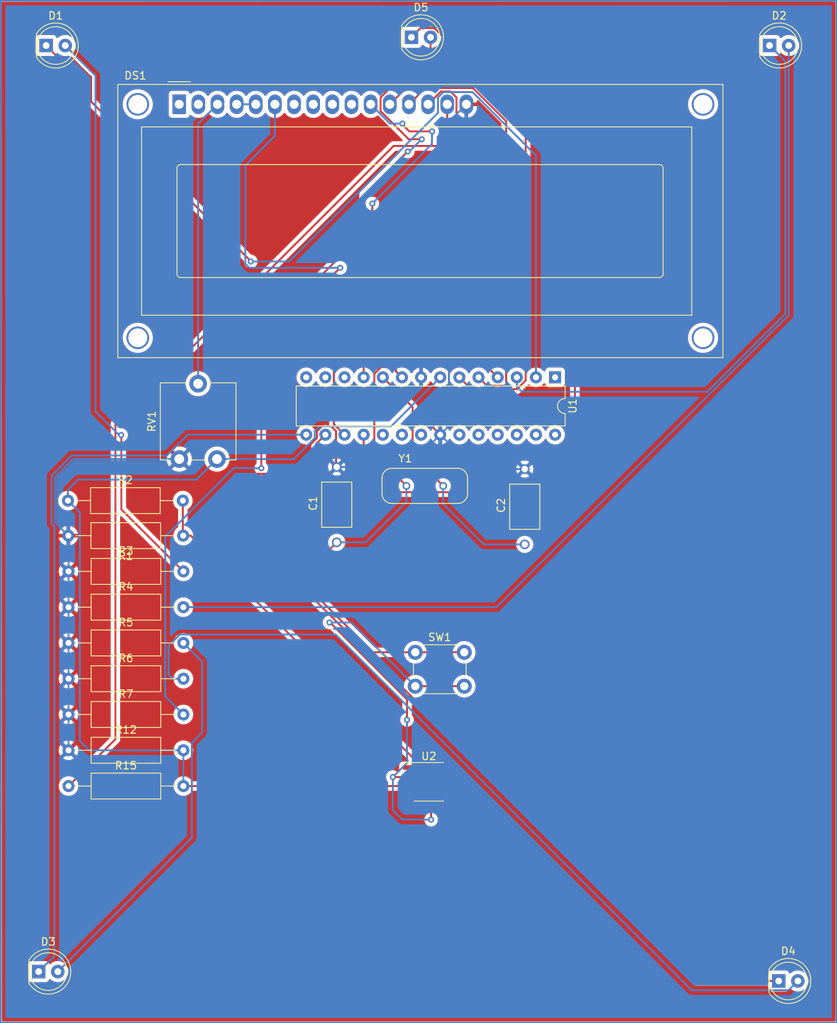
<source format=kicad_pcb>
(kicad_pcb (version 20221018) (generator pcbnew)
  (layers (0 "F.Cu" signal) (31 "B.Cu" signal) (34 "B.Paste" user) (35 "F.Paste" user) (36 "B.SilkS" user "B.Silkscreen") (37 "F.SilkS" user "F.Silkscreen") (38 "B.Mask" user) (39 "F.Mask" user) (44 "Edge.Cuts" user))
  (net 0 "")
  (net 1 "1")
  (net 2 "Net-(D1-A)")
  (net 3 "2")
  (net 4 "Net-(D2-A)")
  (net 5 "3")
  (net 6 "Net-(D3-A)")
  (net 7 "4")
  (net 8 "Net-(D4-A)")
  (net 9 "5")
  (net 10 "Net-(D5-A)")
  (net 13 "Net-(DS1-VO)")
  (net 14 "Net-(DS1-RS)")
  (net 15 "D11")
  (net 20 "D5")
  (net 21 "D4")
  (net 22 "D3")
  (net 23 "D2")
  (net 24 "Net-(DS1-LED(+))")
  (net 25 "GND")
  (net 26 "Net-(U2-ADJ)")
  (net 27 "5v")
  (net 28 "SC1")
  (net 30 "SC2")
  (net 34 "D_13")
  (footprint "22pf:CAP_DE11XRA220KN4AP01F" (layer "F.Cu") (at 125.5257 90.2685 90)
    (fp_text reference "C1" (at 0.175 -3.135 90) (layer "F.SilkS"))
    (fp_text value "DE11XRA220KN4AP01F")
    (fp_line (start -3 -2) (end 3 -2) (stroke (width 0.127)) (layer "F.SilkS"))
    (fp_line (start -3 2) (end -3 -2) (stroke (width 0.127)) (layer "F.SilkS"))
    (fp_line (start 3 2) (end -3 2) (stroke (width 0.127)) (layer "F.SilkS"))
    (fp_line (start 3 2) (end 3 -2) (stroke (width 0.127)) (layer "F.SilkS"))
    (pad "1" thru_hole circle (at -5 0 90) (size 1.28 1.28) (drill 0.85) (layers "*.Cu" "*.Mask") (net 28 "SC1"))
    (pad "2" thru_hole circle (at 5 0 90) (size 1.28 1.28) (drill 0.85) (layers "*.Cu" "*.Mask") (net 25 "GND"))
  )
  (footprint "Potentiometer_THT:Potentiometer_ACP_CA9-V10_Vertical" (layer "F.Cu") (at 109.6361 84.2119 90)
    (fp_text reference "RV1" (at 5 -8.65 90) (layer "F.SilkS"))
    (fp_text value "R_Potentiometer")
    (fp_line (start -0.12 -7.521) (end -0.12 -6.426) (stroke (width 0.12)) (layer "F.SilkS"))
    (fp_line (start -0.12 -7.521) (end 10.12 -7.521) (stroke (width 0.12)) (layer "F.SilkS"))
    (fp_line (start -0.12 -3.574) (end -0.12 -1.425) (stroke (width 0.12)) (layer "F.SilkS"))
    (fp_line (start -0.12 1.425) (end -0.12 2.52) (stroke (width 0.12)) (layer "F.SilkS"))
    (fp_line (start -0.12 2.52) (end 10.12 2.52) (stroke (width 0.12)) (layer "F.SilkS"))
    (fp_line (start 10.12 -7.521) (end 10.12 -3.925) (stroke (width 0.12)) (layer "F.SilkS"))
    (fp_line (start 10.12 -1.075) (end 10.12 2.52) (stroke (width 0.12)) (layer "F.SilkS"))
    (pad "1" thru_hole circle (at 0 0 90) (size 2.34 2.34) (drill 1.3) (layers "*.Cu" "*.Mask") (net 27 "5v"))
    (pad "2" thru_hole circle (at 10 -2.5 90) (size 2.34 2.34) (drill 1.3) (layers "*.Cu" "*.Mask") (net 13 "Net-(DS1-VO)"))
    (pad "3" thru_hole circle (at 0 -5 90) (size 2.34 2.34) (drill 1.3) (layers "*.Cu" "*.Mask") (net 25 "GND"))
  )
  (footprint "Resistor_THT:R_Axial_DIN0309_L9.0mm_D3.2mm_P15.24mm_Horizontal" (layer "F.Cu") (at 89.8641 89.7313)
    (fp_text reference "R2" (at 7.62 -2.72) (layer "F.SilkS"))
    (fp_text value "R")
    (fp_line (start 1.04 0) (end 3 0) (stroke (width 0.12)) (layer "F.SilkS"))
    (fp_line (start 3 -1.72) (end 3 1.72) (stroke (width 0.12)) (layer "F.SilkS"))
    (fp_line (start 3 1.72) (end 12.24 1.72) (stroke (width 0.12)) (layer "F.SilkS"))
    (fp_line (start 12.24 -1.72) (end 3 -1.72) (stroke (width 0.12)) (layer "F.SilkS"))
    (fp_line (start 12.24 1.72) (end 12.24 -1.72) (stroke (width 0.12)) (layer "F.SilkS"))
    (fp_line (start 14.2 0) (end 12.24 0) (stroke (width 0.12)) (layer "F.SilkS"))
    (pad "1" thru_hole circle (at 0 0) (size 1.6 1.6) (drill 0.8) (layers "*.Cu" "*.Mask") (net 27 "5v"))
    (pad "2" thru_hole oval (at 15.24 0) (size 1.6 1.6) (drill 0.8) (layers "*.Cu" "*.Mask") (net 26 "Net-(U2-ADJ)"))
  )
  (footprint "Package_SO:SOIC-8_3.9x4.9mm_P1.27mm" (layer "F.Cu") (at 137.7431 127.0693)
    (fp_text reference "U2" (at 0 -3.4) (layer "F.SilkS"))
    (fp_text value "LM317L_SO8")
    (fp_line (start 0 -2.56) (end -3.45 -2.56) (stroke (width 0.12)) (layer "F.SilkS"))
    (fp_line (start 0 -2.56) (end 1.95 -2.56) (stroke (width 0.12)) (layer "F.SilkS"))
    (fp_line (start 0 2.56) (end -1.95 2.56) (stroke (width 0.12)) (layer "F.SilkS"))
    (fp_line (start 0 2.56) (end 1.95 2.56) (stroke (width 0.12)) (layer "F.SilkS"))
    (pad "1" smd roundrect (at -2.475 -1.905) (size 1.95 0.6) (layers "F.Cu" "F.Paste" "F.Mask"))
    (pad "2" smd roundrect (at -2.475 -0.635) (size 1.95 0.6) (layers "F.Cu" "F.Paste" "F.Mask") (net 27 "5v"))
    (pad "3" smd roundrect (at -2.475 0.635) (size 1.95 0.6) (layers "F.Cu" "F.Paste" "F.Mask") (net 27 "5v"))
    (pad "4" smd roundrect (at -2.475 1.905) (size 1.95 0.6) (layers "F.Cu" "F.Paste" "F.Mask") (net 26 "Net-(U2-ADJ)"))
    (pad "5" smd roundrect (at 2.475 1.905) (size 1.95 0.6) (layers "F.Cu" "F.Paste" "F.Mask"))
    (pad "6" smd roundrect (at 2.475 0.635) (size 1.95 0.6) (layers "F.Cu" "F.Paste" "F.Mask") (net 27 "5v"))
    (pad "7" smd roundrect (at 2.475 -0.635) (size 1.95 0.6) (layers "F.Cu" "F.Paste" "F.Mask") (net 27 "5v"))
    (pad "8" smd roundrect (at 2.475 -1.905) (size 1.95 0.6) (layers "F.Cu" "F.Paste" "F.Mask"))
  )
  (footprint "Button_Switch_THT:SW_PUSH_6mm" (layer "F.Cu") (at 135.9421 109.8693)
    (fp_text reference "SW1" (at 3.25 -2) (layer "F.SilkS"))
    (fp_text value "SW_Push")
    (fp_line (start -0.25 1.5) (end -0.25 3) (stroke (width 0.12)) (layer "F.SilkS"))
    (fp_line (start 1 5.5) (end 5.5 5.5) (stroke (width 0.12)) (layer "F.SilkS"))
    (fp_line (start 5.5 -1) (end 1 -1) (stroke (width 0.12)) (layer "F.SilkS"))
    (fp_line (start 6.75 3) (end 6.75 1.5) (stroke (width 0.12)) (layer "F.SilkS"))
    (pad "1" thru_hole circle (at 0 0 90) (size 2 2) (drill 1.1) (layers "*.Cu" "*.Mask") (net 28 "SC1"))
    (pad "1" thru_hole circle (at 6.5 0 90) (size 2 2) (drill 1.1) (layers "*.Cu" "*.Mask") (net 28 "SC1"))
    (pad "2" thru_hole circle (at 0 4.5 90) (size 2 2) (drill 1.1) (layers "*.Cu" "*.Mask") (net 27 "5v"))
    (pad "2" thru_hole circle (at 6.5 4.5 90) (size 2 2) (drill 1.1) (layers "*.Cu" "*.Mask") (net 27 "5v"))
  )
  (footprint "Resistor_THT:R_Axial_DIN0309_L9.0mm_D3.2mm_P15.24mm_Horizontal" (layer "F.Cu") (at 89.9403 127.6287)
    (fp_text reference "R15" (at 7.62 -2.72) (layer "F.SilkS"))
    (fp_text value "R")
    (fp_line (start 1.04 0) (end 3 0) (stroke (width 0.12)) (layer "F.SilkS"))
    (fp_line (start 3 -1.72) (end 3 1.72) (stroke (width 0.12)) (layer "F.SilkS"))
    (fp_line (start 3 1.72) (end 12.24 1.72) (stroke (width 0.12)) (layer "F.SilkS"))
    (fp_line (start 12.24 -1.72) (end 3 -1.72) (stroke (width 0.12)) (layer "F.SilkS"))
    (fp_line (start 12.24 1.72) (end 12.24 -1.72) (stroke (width 0.12)) (layer "F.SilkS"))
    (fp_line (start 14.2 0) (end 12.24 0) (stroke (width 0.12)) (layer "F.SilkS"))
    (pad "1" thru_hole circle (at 0 0) (size 1.6 1.6) (drill 0.8) (layers "*.Cu" "*.Mask") (net 24 "Net-(DS1-LED(+))"))
    (pad "2" thru_hole oval (at 15.24 0) (size 1.6 1.6) (drill 0.8) (layers "*.Cu" "*.Mask") (net 27 "5v"))
  )
  (footprint "Resistor_THT:R_Axial_DIN0309_L9.0mm_D3.2mm_P15.24mm_Horizontal" (layer "F.Cu") (at 89.9403 108.6287)
    (fp_text reference "R5" (at 7.62 -2.72) (layer "F.SilkS"))
    (fp_text value "R")
    (fp_line (start 1.04 0) (end 3 0) (stroke (width 0.12)) (layer "F.SilkS"))
    (fp_line (start 3 -1.72) (end 3 1.72) (stroke (width 0.12)) (layer "F.SilkS"))
    (fp_line (start 3 1.72) (end 12.24 1.72) (stroke (width 0.12)) (layer "F.SilkS"))
    (fp_line (start 12.24 -1.72) (end 3 -1.72) (stroke (width 0.12)) (layer "F.SilkS"))
    (fp_line (start 12.24 1.72) (end 12.24 -1.72) (stroke (width 0.12)) (layer "F.SilkS"))
    (fp_line (start 14.2 0) (end 12.24 0) (stroke (width 0.12)) (layer "F.SilkS"))
    (pad "1" thru_hole circle (at 0 0) (size 1.6 1.6) (drill 0.8) (layers "*.Cu" "*.Mask") (net 25 "GND"))
    (pad "2" thru_hole oval (at 15.24 0) (size 1.6 1.6) (drill 0.8) (layers "*.Cu" "*.Mask") (net 6 "Net-(D3-A)"))
  )
  (footprint "Resistor_THT:R_Axial_DIN0309_L9.0mm_D3.2mm_P15.24mm_Horizontal" (layer "F.Cu") (at 105.1549 94.3795 180)
    (fp_text reference "R1" (at 7.62 -2.72) (layer "F.SilkS"))
    (fp_text value "R")
    (fp_line (start 1.04 0) (end 3 0) (stroke (width 0.12)) (layer "F.SilkS"))
    (fp_line (start 3 -1.72) (end 3 1.72) (stroke (width 0.12)) (layer "F.SilkS"))
    (fp_line (start 3 1.72) (end 12.24 1.72) (stroke (width 0.12)) (layer "F.SilkS"))
    (fp_line (start 12.24 -1.72) (end 3 -1.72) (stroke (width 0.12)) (layer "F.SilkS"))
    (fp_line (start 12.24 1.72) (end 12.24 -1.72) (stroke (width 0.12)) (layer "F.SilkS"))
    (fp_line (start 14.2 0) (end 12.24 0) (stroke (width 0.12)) (layer "F.SilkS"))
    (pad "1" thru_hole circle (at 0 0 180) (size 1.6 1.6) (drill 0.8) (layers "*.Cu" "*.Mask") (net 26 "Net-(U2-ADJ)"))
    (pad "2" thru_hole oval (at 15.24 0 180) (size 1.6 1.6) (drill 0.8) (layers "*.Cu" "*.Mask") (net 25 "GND"))
  )
  (footprint "LED_THT:LED_D5.0mm_Clear" (layer "F.Cu") (at 184.1693 153.5107)
    (fp_text reference "D4" (at 1.27 -3.96) (layer "F.SilkS"))
    (fp_text value "LED")
    (fp_line (start -1.29 -1.545) (end -1.29 1.545) (stroke (width 0.12)) (layer "F.SilkS"))
    (fp_arc (start -1.29 -1.54483) (mid 2.072002 -2.880433) (end 4.26 0.000462) (stroke (width 0.12)) (layer "F.SilkS"))
    (fp_arc (start 4.26 -0.000462) (mid 2.072002 2.880433) (end -1.29 1.54483) (stroke (width 0.12)) (layer "F.SilkS"))
    (fp_circle (center 1.27 0) (end 3.77 0) (stroke (width 0.12)) (fill none) (layer "F.SilkS"))
    (pad "1" thru_hole rect (at 0 0) (size 1.8 1.8) (drill 0.9) (layers "*.Cu" "*.Mask") (net 7 "4"))
    (pad "2" thru_hole circle (at 2.54 0) (size 1.8 1.8) (drill 0.9) (layers "*.Cu" "*.Mask") (net 8 "Net-(D4-A)"))
  )
  (footprint "Resistor_THT:R_Axial_DIN0309_L9.0mm_D3.2mm_P15.24mm_Horizontal" (layer "F.Cu") (at 89.9403 122.8787)
    (fp_text reference "R12" (at 7.62 -2.72) (layer "F.SilkS"))
    (fp_text value "R")
    (fp_line (start 1.04 0) (end 3 0) (stroke (width 0.12)) (layer "F.SilkS"))
    (fp_line (start 3 -1.72) (end 3 1.72) (stroke (width 0.12)) (layer "F.SilkS"))
    (fp_line (start 3 1.72) (end 12.24 1.72) (stroke (width 0.12)) (layer "F.SilkS"))
    (fp_line (start 12.24 -1.72) (end 3 -1.72) (stroke (width 0.12)) (layer "F.SilkS"))
    (fp_line (start 12.24 1.72) (end 12.24 -1.72) (stroke (width 0.12)) (layer "F.SilkS"))
    (fp_line (start 14.2 0) (end 12.24 0) (stroke (width 0.12)) (layer "F.SilkS"))
    (pad "1" thru_hole circle (at 0 0) (size 1.6 1.6) (drill 0.8) (layers "*.Cu" "*.Mask") (net 25 "GND"))
    (pad "2" thru_hole oval (at 15.24 0) (size 1.6 1.6) (drill 0.8) (layers "*.Cu" "*.Mask") (net 27 "5v"))
  )
  (footprint "Resistor_THT:R_Axial_DIN0309_L9.0mm_D3.2mm_P15.24mm_Horizontal" (layer "F.Cu") (at 89.9403 99.1287)
    (fp_text reference "R3" (at 7.62 -2.72) (layer "F.SilkS"))
    (fp_text value "R")
    (fp_line (start 1.04 0) (end 3 0) (stroke (width 0.12)) (layer "F.SilkS"))
    (fp_line (start 3 -1.72) (end 3 1.72) (stroke (width 0.12)) (layer "F.SilkS"))
    (fp_line (start 3 1.72) (end 12.24 1.72) (stroke (width 0.12)) (layer "F.SilkS"))
    (fp_line (start 12.24 -1.72) (end 3 -1.72) (stroke (width 0.12)) (layer "F.SilkS"))
    (fp_line (start 12.24 1.72) (end 12.24 -1.72) (stroke (width 0.12)) (layer "F.SilkS"))
    (fp_line (start 14.2 0) (end 12.24 0) (stroke (width 0.12)) (layer "F.SilkS"))
    (pad "1" thru_hole circle (at 0 0) (size 1.6 1.6) (drill 0.8) (layers "*.Cu" "*.Mask") (net 25 "GND"))
    (pad "2" thru_hole oval (at 15.24 0) (size 1.6 1.6) (drill 0.8) (layers "*.Cu" "*.Mask") (net 2 "Net-(D1-A)"))
  )
  (footprint "LED_THT:LED_D5.0mm_Clear" (layer "F.Cu") (at 85.9779 152.2661)
    (fp_text reference "D3" (at 1.27 -3.96) (layer "F.SilkS"))
    (fp_text value "LED")
    (fp_line (start -1.29 -1.545) (end -1.29 1.545) (stroke (width 0.12)) (layer "F.SilkS"))
    (fp_arc (start -1.29 -1.54483) (mid 2.072002 -2.880433) (end 4.26 0.000462) (stroke (width 0.12)) (layer "F.SilkS"))
    (fp_arc (start 4.26 -0.000462) (mid 2.072002 2.880433) (end -1.29 1.54483) (stroke (width 0.12)) (layer "F.SilkS"))
    (fp_circle (center 1.27 0) (end 3.77 0) (stroke (width 0.12)) (fill none) (layer "F.SilkS"))
    (pad "1" thru_hole rect (at 0 0) (size 1.8 1.8) (drill 0.9) (layers "*.Cu" "*.Mask") (net 5 "3"))
    (pad "2" thru_hole circle (at 2.54 0) (size 1.8 1.8) (drill 0.9) (layers "*.Cu" "*.Mask") (net 6 "Net-(D3-A)"))
  )
  (footprint "Resistor_THT:R_Axial_DIN0309_L9.0mm_D3.2mm_P15.24mm_Horizontal" (layer "F.Cu") (at 89.9403 118.1287)
    (fp_text reference "R7" (at 7.62 -2.72) (layer "F.SilkS"))
    (fp_text value "R")
    (fp_line (start 1.04 0) (end 3 0) (stroke (width 0.12)) (layer "F.SilkS"))
    (fp_line (start 3 -1.72) (end 3 1.72) (stroke (width 0.12)) (layer "F.SilkS"))
    (fp_line (start 3 1.72) (end 12.24 1.72) (stroke (width 0.12)) (layer "F.SilkS"))
    (fp_line (start 12.24 -1.72) (end 3 -1.72) (stroke (width 0.12)) (layer "F.SilkS"))
    (fp_line (start 12.24 1.72) (end 12.24 -1.72) (stroke (width 0.12)) (layer "F.SilkS"))
    (fp_line (start 14.2 0) (end 12.24 0) (stroke (width 0.12)) (layer "F.SilkS"))
    (pad "1" thru_hole circle (at 0 0) (size 1.6 1.6) (drill 0.8) (layers "*.Cu" "*.Mask") (net 25 "GND"))
    (pad "2" thru_hole oval (at 15.24 0) (size 1.6 1.6) (drill 0.8) (layers "*.Cu" "*.Mask") (net 10 "Net-(D5-A)"))
  )
  (footprint "Resistor_THT:R_Axial_DIN0309_L9.0mm_D3.2mm_P15.24mm_Horizontal" (layer "F.Cu") (at 89.9403 103.8787)
    (fp_text reference "R4" (at 7.62 -2.72) (layer "F.SilkS"))
    (fp_text value "R")
    (fp_line (start 1.04 0) (end 3 0) (stroke (width 0.12)) (layer "F.SilkS"))
    (fp_line (start 3 -1.72) (end 3 1.72) (stroke (width 0.12)) (layer "F.SilkS"))
    (fp_line (start 3 1.72) (end 12.24 1.72) (stroke (width 0.12)) (layer "F.SilkS"))
    (fp_line (start 12.24 -1.72) (end 3 -1.72) (stroke (width 0.12)) (layer "F.SilkS"))
    (fp_line (start 12.24 1.72) (end 12.24 -1.72) (stroke (width 0.12)) (layer "F.SilkS"))
    (fp_line (start 14.2 0) (end 12.24 0) (stroke (width 0.12)) (layer "F.SilkS"))
    (pad "1" thru_hole circle (at 0 0) (size 1.6 1.6) (drill 0.8) (layers "*.Cu" "*.Mask") (net 25 "GND"))
    (pad "2" thru_hole oval (at 15.24 0) (size 1.6 1.6) (drill 0.8) (layers "*.Cu" "*.Mask") (net 4 "Net-(D2-A)"))
  )
  (footprint "LED_THT:LED_D5.0mm_Clear" (layer "F.Cu") (at 182.9501 29.3047)
    (fp_text reference "D2" (at 1.27 -3.96) (layer "F.SilkS"))
    (fp_text value "LED")
    (fp_line (start -1.29 -1.545) (end -1.29 1.545) (stroke (width 0.12)) (layer "F.SilkS"))
    (fp_arc (start -1.29 -1.54483) (mid 2.072002 -2.880433) (end 4.26 0.000462) (stroke (width 0.12)) (layer "F.SilkS"))
    (fp_arc (start 4.26 -0.000462) (mid 2.072002 2.880433) (end -1.29 1.54483) (stroke (width 0.12)) (layer "F.SilkS"))
    (fp_circle (center 1.27 0) (end 3.77 0) (stroke (width 0.12)) (fill none) (layer "F.SilkS"))
    (pad "1" thru_hole rect (at 0 0) (size 1.8 1.8) (drill 0.9) (layers "*.Cu" "*.Mask") (net 3 "2"))
    (pad "2" thru_hole circle (at 2.54 0) (size 1.8 1.8) (drill 0.9) (layers "*.Cu" "*.Mask") (net 4 "Net-(D2-A)"))
  )
  (footprint "Display:WC1602A" (layer "F.Cu") (at 104.6255 37.112)
    (fp_text reference "DS1" (at -5.82 -3.81) (layer "F.SilkS"))
    (fp_text value "WC1602A")
    (fp_line (start -8.14 -2.64) (end -8.14 33.64) (stroke (width 0.12)) (layer "F.SilkS"))
    (fp_line (start -8.14 33.64) (end 72.14 33.64) (stroke (width 0.12)) (layer "F.SilkS"))
    (fp_line (start -8.13 -2.64) (end -7.34 -2.64) (stroke (width 0.12)) (layer "F.SilkS"))
    (fp_line (start -5 3) (end 68 3) (stroke (width 0.12)) (layer "F.SilkS"))
    (fp_line (start -5 28) (end -5 3) (stroke (width 0.12)) (layer "F.SilkS"))
    (fp_line (start -1.5 -3) (end 1.5 -3) (stroke (width 0.12)) (layer "F.SilkS"))
    (fp_line (start -0.29972 22.49932) (end -0.29972 8.5) (stroke (width 0.12)) (layer "F.SilkS"))
    (fp_line (start 0.2 8) (end 63.7 8) (stroke (width 0.12)) (layer "F.SilkS"))
    (fp_line (start 63.70066 23) (end 0.2 23) (stroke (width 0.12)) (layer "F.SilkS"))
    (fp_line (start 64.2 8.5) (end 64.2 22.5) (stroke (width 0.12)) (layer "F.SilkS"))
    (fp_line (start 68 3) (end 68 28) (stroke (width 0.12)) (layer "F.SilkS"))
    (fp_line (start 68 28) (end -5 28) (stroke (width 0.12)) (layer "F.SilkS"))
    (fp_line (start 72.14 -2.64) (end -7.34 -2.64) (stroke (width 0.12)) (layer "F.SilkS"))
    (fp_line (start 72.14 33.64) (end 72.14 -2.64) (stroke (width 0.12)) (layer "F.SilkS"))
    (fp_arc (start -0.29972 8.49884) (mid -0.153162 8.145018) (end 0.20066 7.99846) (stroke (width 0.12)) (layer "F.SilkS"))
    (fp_arc (start 0.20066 22.9997) (mid -0.153162 22.853142) (end -0.29972 22.49932) (stroke (width 0.12)) (layer "F.SilkS"))
    (fp_arc (start 63.7 8) (mid 64.053553 8.146447) (end 64.2 8.5) (stroke (width 0.12)) (layer "F.SilkS"))
    (fp_arc (start 64.20104 22.49932) (mid 64.054479 22.85315) (end 63.70066 22.9997) (stroke (width 0.12)) (layer "F.SilkS"))
    (pad "" thru_hole circle (at -5.4991 0) (size 3 3) (drill 2.5) (layers "*.Cu" "*.Mask"))
    (pad "" thru_hole circle (at -5.4991 31.0007) (size 3 3) (drill 2.5) (layers "*.Cu" "*.Mask"))
    (pad "" thru_hole circle (at 69.49948 31.0007) (size 3 3) (drill 2.5) (layers "*.Cu" "*.Mask"))
    (pad "" thru_hole circle (at 69.5 0) (size 3 3) (drill 2.5) (layers "*.Cu" "*.Mask"))
    (pad "1" thru_hole rect (at 0 0) (size 1.8 2.6) (drill 1.2) (layers "*.Cu" "*.Mask"))
    (pad "2" thru_hole oval (at 2.54 0) (size 1.8 2.6) (drill 1.2) (layers "*.Cu" "*.Mask"))
    (pad "3" thru_hole oval (at 5.08 0) (size 1.8 2.6) (drill 1.2) (layers "*.Cu" "*.Mask") (net 13 "Net-(DS1-VO)"))
    (pad "4" thru_hole oval (at 7.62 0) (size 1.8 2.6) (drill 1.2) (layers "*.Cu" "*.Mask") (net 14 "Net-(DS1-RS)"))
    (pad "5" thru_hole oval (at 10.16 0) (size 1.8 2.6) (drill 1.2) (layers "*.Cu" "*.Mask") (net 14 "Net-(DS1-RS)"))
    (pad "6" thru_hole oval (at 12.7 0) (size 1.8 2.6) (drill 1.2) (layers "*.Cu" "*.Mask") (net 15 "D11"))
    (pad "7" thru_hole oval (at 15.24 0) (size 1.8 2.6) (drill 1.2) (layers "*.Cu" "*.Mask"))
    (pad "8" thru_hole oval (at 17.78 0) (size 1.8 2.6) (drill 1.2) (layers "*.Cu" "*.Mask"))
    (pad "9" thru_hole oval (at 20.32 0) (size 1.8 2.6) (drill 1.2) (layers "*.Cu" "*.Mask"))
    (pad "10" thru_hole oval (at 22.86 0) (size 1.8 2.6) (drill 1.2) (layers "*.Cu" "*.Mask"))
    (pad "11" thru_hole oval (at 25.4 0) (size 1.8 2.6) (drill 1.2) (layers "*.Cu" "*.Mask") (net 20 "D5"))
    (pad "12" thru_hole oval (at 27.94 0) (size 1.8 2.6) (drill 1.2) (layers "*.Cu" "*.Mask") (net 21 "D4"))
    (pad "13" thru_hole oval (at 30.48 0) (size 1.8 2.6) (drill 1.2) (layers "*.Cu" "*.Mask") (net 22 "D3"))
    (pad "14" thru_hole oval (at 33.02 0) (size 1.8 2.6) (drill 1.2) (layers "*.Cu" "*.Mask") (net 23 "D2"))
    (pad "15" thru_hole oval (at 35.56 0) (size 1.8 2.6) (drill 1.2) (layers "*.Cu" "*.Mask") (net 24 "Net-(DS1-LED(+))"))
    (pad "16" thru_hole oval (at 38.1 0) (size 1.8 2.6) (drill 1.2) (layers "*.Cu" "*.Mask") (net 25 "GND"))
  )
  (footprint "LED_THT:LED_D5.0mm_Clear" (layer "F.Cu") (at 86.9685 29.3047)
    (fp_text reference "D1" (at 1.27 -3.96) (layer "F.SilkS"))
    (fp_text value "LED")
    (fp_line (start -1.29 -1.545) (end -1.29 1.545) (stroke (width 0.12)) (layer "F.SilkS"))
    (fp_arc (start -1.29 -1.54483) (mid 2.072002 -2.880433) (end 4.26 0.000462) (stroke (width 0.12)) (layer "F.SilkS"))
    (fp_arc (start 4.26 -0.000462) (mid 2.072002 2.880433) (end -1.29 1.54483) (stroke (width 0.12)) (layer "F.SilkS"))
    (fp_circle (center 1.27 0) (end 3.77 0) (stroke (width 0.12)) (fill none) (layer "F.SilkS"))
    (pad "1" thru_hole rect (at 0 0) (size 1.8 1.8) (drill 0.9) (layers "*.Cu" "*.Mask") (net 1 "1"))
    (pad "2" thru_hole circle (at 2.54 0) (size 1.8 1.8) (drill 0.9) (layers "*.Cu" "*.Mask") (net 2 "Net-(D1-A)"))
  )
  (footprint "16mhz:XTAL_ECS-160-S-4X" (layer "F.Cu") (at 137.2097 87.7755)
    (fp_text reference "Y1" (at -2.597085 -3.637935) (layer "F.SilkS") (effects (font (size 1.000811 1.000811))))
    (fp_text value "ECS-160-S-4X")
    (fp_line (start -5.675 1.01) (end -5.675 -1.01) (stroke (width 0.127)) (layer "F.SilkS"))
    (fp_line (start -4.405 -2.33) (end 4.405 -2.33) (stroke (width 0.127)) (layer "F.SilkS"))
    (fp_line (start 4.405 2.33) (end -4.405 2.33) (stroke (width 0.127)) (layer "F.SilkS"))
    (fp_line (start 5.675 -1.01) (end 5.675 1.01) (stroke (width 0.127)) (layer "F.SilkS"))
    (fp_arc (start -5.675 -1.01) (mid -5.313381 -1.933026) (end -4.405 -2.33) (stroke (width 0.127)) (layer "F.SilkS"))
    (fp_arc (start -4.405 2.33) (mid -5.313381 1.933026) (end -5.675 1.01) (stroke (width 0.127)) (layer "F.SilkS"))
    (fp_arc (start 4.405 -2.33) (mid 5.313381 -1.933026) (end 5.675 -1.01) (stroke (width 0.127)) (layer "F.SilkS"))
    (fp_arc (start 5.675 1.01) (mid 5.313381 1.933026) (end 4.405 2.33) (stroke (width 0.127)) (layer "F.SilkS"))
    (pad "1" thru_hole circle (at -2.44 0) (size 1.03 1.03) (drill 0.63) (layers "*.Cu" "*.Mask") (net 28 "SC1"))
    (pad "2" thru_hole circle (at 2.44 0) (size 1.03 1.03) (drill 0.63) (layers "*.Cu" "*.Mask") (net 30 "SC2"))
  )
  (footprint "LED_THT:LED_D5.0mm_Clear" (layer "F.Cu") (at 135.4317 28.2125)
    (fp_text reference "D5" (at 1.27 -3.96) (layer "F.SilkS"))
    (fp_text value "LED")
    (fp_line (start -1.29 -1.545) (end -1.29 1.545) (stroke (width 0.12)) (layer "F.SilkS"))
    (fp_arc (start -1.29 -1.54483) (mid 2.072002 -2.880433) (end 4.26 0.000462) (stroke (width 0.12)) (layer "F.SilkS"))
    (fp_arc (start 4.26 -0.000462) (mid 2.072002 2.880433) (end -1.29 1.54483) (stroke (width 0.12)) (layer "F.SilkS"))
    (fp_circle (center 1.27 0) (end 3.77 0) (stroke (width 0.12)) (fill none) (layer "F.SilkS"))
    (pad "1" thru_hole rect (at 0 0) (size 1.8 1.8) (drill 0.9) (layers "*.Cu" "*.Mask") (net 9 "5"))
    (pad "2" thru_hole circle (at 2.54 0) (size 1.8 1.8) (drill 0.9) (layers "*.Cu" "*.Mask") (net 10 "Net-(D5-A)"))
  )
  (footprint "Package_DIP:DIP-28_W7.62mm" (layer "F.Cu") (at 154.4971 73.3583 -90)
    (fp_text reference "U1" (at 3.81 -2.33 90) (layer "F.SilkS"))
    (fp_text value "ATmega328-P")
    (fp_line (start 1.16 -1.33) (end 1.16 34.35) (stroke (width 0.12)) (layer "F.SilkS"))
    (fp_line (start 1.16 34.35) (end 6.46 34.35) (stroke (width 0.12)) (layer "F.SilkS"))
    (fp_line (start 2.81 -1.33) (end 1.16 -1.33) (stroke (width 0.12)) (layer "F.SilkS"))
    (fp_line (start 6.46 -1.33) (end 4.81 -1.33) (stroke (width 0.12)) (layer "F.SilkS"))
    (fp_line (start 6.46 34.35) (end 6.46 -1.33) (stroke (width 0.12)) (layer "F.SilkS"))
    (fp_arc (start 4.81 -1.33) (mid 3.81 -0.33) (end 2.81 -1.33) (stroke (width 0.12)) (layer "F.SilkS"))
    (pad "1" thru_hole rect (at 0 0 270) (size 1.6 1.6) (drill 0.8) (layers "*.Cu" "*.Mask"))
    (pad "2" thru_hole oval (at 0 2.54 270) (size 1.6 1.6) (drill 0.8) (layers "*.Cu" "*.Mask") (net 1 "1"))
    (pad "3" thru_hole oval (at 0 5.08 270) (size 1.6 1.6) (drill 0.8) (layers "*.Cu" "*.Mask") (net 3 "2"))
    (pad "4" thru_hole oval (at 0 7.62 270) (size 1.6 1.6) (drill 0.8) (layers "*.Cu" "*.Mask") (net 23 "D2"))
    (pad "5" thru_hole oval (at 0 10.16 270) (size 1.6 1.6) (drill 0.8) (layers "*.Cu" "*.Mask") (net 22 "D3"))
    (pad "6" thru_hole oval (at 0 12.7 270) (size 1.6 1.6) (drill 0.8) (layers "*.Cu" "*.Mask") (net 21 "D4"))
    (pad "7" thru_hole oval (at 0 15.24 270) (size 1.6 1.6) (drill 0.8) (layers "*.Cu" "*.Mask") (net 27 "5v"))
    (pad "8" thru_hole oval (at 0 17.78 270) (size 1.6 1.6) (drill 0.8) (layers "*.Cu" "*.Mask") (net 25 "GND"))
    (pad "9" thru_hole oval (at 0 20.32 270) (size 1.6 1.6) (drill 0.8) (layers "*.Cu" "*.Mask") (net 28 "SC1"))
    (pad "10" thru_hole oval (at 0 22.86 270) (size 1.6 1.6) (drill 0.8) (layers "*.Cu" "*.Mask") (net 30 "SC2"))
    (pad "11" thru_hole oval (at 0 25.4 270) (size 1.6 1.6) (drill 0.8) (layers "*.Cu" "*.Mask") (net 20 "D5"))
    (pad "12" thru_hole oval (at 0 27.94 270) (size 1.6 1.6) (drill 0.8) (layers "*.Cu" "*.Mask"))
    (pad "13" thru_hole oval (at 0 30.48 270) (size 1.6 1.6) (drill 0.8) (layers "*.Cu" "*.Mask"))
    (pad "14" thru_hole oval (at 0 33.02 270) (size 1.6 1.6) (drill 0.8) (layers "*.Cu" "*.Mask"))
    (pad "15" thru_hole oval (at 7.62 33.02 270) (size 1.6 1.6) (drill 0.8) (layers "*.Cu" "*.Mask") (net 5 "3"))
    (pad "16" thru_hole oval (at 7.62 30.48 270) (size 1.6 1.6) (drill 0.8) (layers "*.Cu" "*.Mask") (net 7 "4"))
    (pad "17" thru_hole oval (at 7.62 27.94 270) (size 1.6 1.6) (drill 0.8) (layers "*.Cu" "*.Mask") (net 15 "D11"))
    (pad "18" thru_hole oval (at 7.62 25.4 270) (size 1.6 1.6) (drill 0.8) (layers "*.Cu" "*.Mask") (net 9 "5"))
    (pad "19" thru_hole oval (at 7.62 22.86 270) (size 1.6 1.6) (drill 0.8) (layers "*.Cu" "*.Mask") (net 34 "D_13"))
    (pad "20" thru_hole oval (at 7.62 20.32 270) (size 1.6 1.6) (drill 0.8) (layers "*.Cu" "*.Mask"))
    (pad "21" thru_hole oval (at 7.62 17.78 270) (size 1.6 1.6) (drill 0.8) (layers "*.Cu" "*.Mask"))
    (pad "22" thru_hole oval (at 7.62 15.24 270) (size 1.6 1.6) (drill 0.8) (layers "*.Cu" "*.Mask") (net 25 "GND"))
    (pad "23" thru_hole oval (at 7.62 12.7 270) (size 1.6 1.6) (drill 0.8) (layers "*.Cu" "*.Mask"))
    (pad "24" thru_hole oval (at 7.62 10.16 270) (size 1.6 1.6) (drill 0.8) (layers "*.Cu" "*.Mask"))
    (pad "25" thru_hole oval (at 7.62 7.62 270) (size 1.6 1.6) (drill 0.8) (layers "*.Cu" "*.Mask"))
    (pad "26" thru_hole oval (at 7.62 5.08 270) (size 1.6 1.6) (drill 0.8) (layers "*.Cu" "*.Mask"))
    (pad "27" thru_hole oval (at 7.62 2.54 270) (size 1.6 1.6) (drill 0.8) (layers "*.Cu" "*.Mask"))
    (pad "28" thru_hole oval (at 7.62 0 270) (size 1.6 1.6) (drill 0.8) (layers "*.Cu" "*.Mask"))
  )
  (footprint "Resistor_THT:R_Axial_DIN0309_L9.0mm_D3.2mm_P15.24mm_Horizontal" (layer "F.Cu") (at 89.9403 113.3787)
    (fp_text reference "R6" (at 7.62 -2.72) (layer "F.SilkS"))
    (fp_text value "R")
    (fp_line (start 1.04 0) (end 3 0) (stroke (width 0.12)) (layer "F.SilkS"))
    (fp_line (start 3 -1.72) (end 3 1.72) (stroke (width 0.12)) (layer "F.SilkS"))
    (fp_line (start 3 1.72) (end 12.24 1.72) (stroke (width 0.12)) (layer "F.SilkS"))
    (fp_line (start 12.24 -1.72) (end 3 -1.72) (stroke (width 0.12)) (layer "F.SilkS"))
    (fp_line (start 12.24 1.72) (end 12.24 -1.72) (stroke (width 0.12)) (layer "F.SilkS"))
    (fp_line (start 14.2 0) (end 12.24 0) (stroke (width 0.12)) (layer "F.SilkS"))
    (pad "1" thru_hole circle (at 0 0) (size 1.6 1.6) (drill 0.8) (layers "*.Cu" "*.Mask") (net 25 "GND"))
    (pad "2" thru_hole oval (at 15.24 0) (size 1.6 1.6) (drill 0.8) (layers "*.Cu" "*.Mask") (net 8 "Net-(D4-A)"))
  )
  (footprint "22pf:CAP_DE11XRA220KN4AP01F" (layer "F.Cu") (at 150.4685 90.5441 90)
    (fp_text reference "C2" (at 0.175 -3.135 90) (layer "F.SilkS"))
    (fp_text value "DE11XRA220KN4AP01F")
    (fp_line (start -3 -2) (end 3 -2) (stroke (width 0.127)) (layer "F.SilkS"))
    (fp_line (start -3 2) (end -3 -2) (stroke (width 0.127)) (layer "F.SilkS"))
    (fp_line (start 3 2) (end -3 2) (stroke (width 0.127)) (layer "F.SilkS"))
    (fp_line (start 3 2) (end 3 -2) (stroke (width 0.127)) (layer "F.SilkS"))
    (pad "1" thru_hole circle (at -5 0 90) (size 1.28 1.28) (drill 0.85) (layers "*.Cu" "*.Mask") (net 30 "SC2"))
    (pad "2" thru_hole circle (at 5 0 90) (size 1.28 1.28) (drill 0.85) (layers "*.Cu" "*.Mask") (net 25 "GND"))
  )
  (gr_rect (start 80.9487 23.3611) (end 191.8197 159.0225) (stroke (width 0.2)) (fill none) (layer "B.Cu"))
  (segment (start 92.9375 36.7469) (end 114.1211 57.9305) (width 0.25) (layer "F.Cu") (net 1))
  (segment (start 90.2451 30.8541) (end 92.8359 33.4449) (width 0.25) (layer "F.Cu") (net 1))
  (segment (start 114.1719 57.9813) (end 114.1719 57.9813) (width 0.25) (layer "F.Cu") (net 1))
  (segment (start 86.9685 29.3047) (end 88.5179 30.8541) (width 0.25) (layer "F.Cu") (net 1))
  (segment (start 88.5179 30.8541) (end 90.2451 30.8541) (width 0.25) (layer "F.Cu") (net 1))
  (segment (start 114.1211 57.9305) (end 114.1211 57.9813) (width 0.25) (layer "F.Cu") (net 1))
  (segment (start 92.8359 33.4449) (end 92.9375 33.4449) (width 0.25) (layer "F.Cu") (net 1))
  (segment (start 114.1211 57.9813) (end 114.1719 57.9813) (width 0.25) (layer "F.Cu") (net 1))
  (segment (start 92.9375 33.4449) (end 92.9375 36.7469) (width 0.25) (layer "F.Cu") (net 1))
  (via (at 114.1211 57.9813) (size 0.8) (drill 0.4) (layers "F.Cu" "B.Cu") (net 1))
  (segment (start 119.220604 57.9813) (end 138.9605 38.241404) (width 0.25) (layer "B.Cu") (net 1))
  (segment (start 139.678088 35.487) (end 143.5444 35.487) (width 0.25) (layer "B.Cu") (net 1))
  (segment (start 138.9605 38.241404) (end 138.9605 36.204588) (width 0.25) (layer "B.Cu") (net 1))
  (segment (start 114.1211 57.9813) (end 119.220604 57.9813) (width 0.25) (layer "B.Cu") (net 1))
  (segment (start 138.9605 36.204588) (end 139.678088 35.487) (width 0.25) (layer "B.Cu") (net 1))
  (segment (start 143.5444 35.487) (end 151.9571 43.8997) (width 0.25) (layer "B.Cu") (net 1))
  (segment (start 151.9571 43.8997) (end 151.9571 73.3583) (width 0.25) (layer "B.Cu") (net 1))
  (segment (start 96.9507 90.8991) (end 96.9507 81.0445) (width 0.25) (layer "F.Cu") (net 2))
  (segment (start 96.9507 81.0445) (end 96.9253 81.0191) (width 0.25) (layer "F.Cu") (net 2))
  (segment (start 96.9253 81.0191) (end 96.9507 80.9937) (width 0.25) (layer "F.Cu") (net 2))
  (segment (start 96.9507 80.9937) (end 96.9507 80.9683) (width 0.25) (layer "F.Cu") (net 2))
  (segment (start 105.1803 99.1287) (end 96.9507 90.8991) (width 0.25) (layer "F.Cu") (net 2))
  (via (at 96.9253 81.0191) (size 0.8) (drill 0.4) (layers "F.Cu" "B.Cu") (net 2))
  (segment (start 93.5217 77.8949) (end 93.5217 33.3179) (width 0.25) (layer "B.Cu") (net 2))
  (segment (start 96.9253 81.0191) (end 96.6459 81.0191) (width 0.25) (layer "B.Cu") (net 2))
  (segment (start 96.6459 81.0191) (end 93.5217 77.8949) (width 0.25) (layer "B.Cu") (net 2))
  (segment (start 93.5217 33.3179) (end 89.5085 29.3047) (width 0.25) (layer "B.Cu") (net 2))
  (segment (start 182.9501 29.3047) (end 185.0401 31.3947) (width 0.25) (layer "B.Cu") (net 3))
  (segment (start 150.0875 75.2787) (end 149.4171 74.6083) (width 0.25) (layer "B.Cu") (net 3))
  (segment (start 174.673304 75.2787) (end 150.0875 75.2787) (width 0.25) (layer "B.Cu") (net 3))
  (segment (start 185.0401 31.3947) (end 185.0401 64.911904) (width 0.25) (layer "B.Cu") (net 3))
  (segment (start 149.4171 74.6083) (end 149.4171 73.3583) (width 0.25) (layer "B.Cu") (net 3))
  (segment (start 185.0401 64.911904) (end 174.673304 75.2787) (width 0.25) (layer "B.Cu") (net 3))
  (segment (start 185.4901 65.0983) (end 146.7097 103.8787) (width 0.25) (layer "B.Cu") (net 4))
  (segment (start 185.4901 29.3047) (end 185.4901 65.0983) (width 0.25) (layer "B.Cu") (net 4))
  (segment (start 146.7097 103.8787) (end 105.1803 103.8787) (width 0.25) (layer "B.Cu") (net 4))
  (segment (start 88.0607 93.161696) (end 87.6869 92.787896) (width 0.25) (layer "B.Cu") (net 5))
  (segment (start 105.75545 80.9783) (end 121.4771 80.9783) (width 0.25) (layer "B.Cu") (net 5))
  (segment (start 85.9779 152.2661) (end 88.0607 150.1833) (width 0.25) (layer "B.Cu") (net 5))
  (segment (start 102.99685 83.7369) (end 105.75545 80.9783) (width 0.25) (layer "B.Cu") (net 5))
  (segment (start 90.370704 83.7369) (end 102.99685 83.7369) (width 0.25) (layer "B.Cu") (net 5))
  (segment (start 87.6869 86.420704) (end 90.370704 83.7369) (width 0.25) (layer "B.Cu") (net 5))
  (segment (start 88.0607 150.1833) (end 88.0607 93.161696) (width 0.25) (layer "B.Cu") (net 5))
  (segment (start 87.6869 92.787896) (end 87.6869 86.420704) (width 0.25) (layer "B.Cu") (net 5))
  (segment (start 106.3053 134.4787) (end 106.3053 121.8803) (width 0.25) (layer "B.Cu") (net 6))
  (segment (start 88.5179 152.2661) (end 106.3053 134.4787) (width 0.25) (layer "B.Cu") (net 6))
  (segment (start 107.6695 120.5161) (end 107.6695 111.1179) (width 0.25) (layer "B.Cu") (net 6))
  (segment (start 106.3053 121.8803) (end 107.6695 120.5161) (width 0.25) (layer "B.Cu") (net 6))
  (segment (start 107.6695 111.1179) (end 105.1803 108.6287) (width 0.25) (layer "B.Cu") (net 6))
  (segment (start 122.7825 82.2129) (end 124.0171 80.9783) (width 0.25) (layer "F.Cu") (net 7))
  (segment (start 122.7825 103.083533) (end 122.7825 82.2129) (width 0.25) (layer "F.Cu") (net 7))
  (segment (start 184.1693 153.5107) (end 173.209667 153.5107) (width 0.25) (layer "F.Cu") (net 7))
  (segment (start 173.209667 153.5107) (end 122.7825 103.083533) (width 0.25) (layer "F.Cu") (net 7))
  (segment (start 103.2245 112.8199) (end 103.7833 113.3787) (width 0.25) (layer "B.Cu") (net 8))
  (segment (start 104.714309 107.5037) (end 103.2245 108.993509) (width 0.25) (layer "B.Cu") (net 8))
  (segment (start 172.5977 154.7357) (end 125.3657 107.5037) (width 0.25) (layer "B.Cu") (net 8))
  (segment (start 125.3657 107.5037) (end 104.714309 107.5037) (width 0.25) (layer "B.Cu") (net 8))
  (segment (start 186.7093 153.5107) (end 185.4843 154.7357) (width 0.25) (layer "B.Cu") (net 8))
  (segment (start 185.4843 154.7357) (end 172.5977 154.7357) (width 0.25) (layer "B.Cu") (net 8))
  (segment (start 103.7833 113.3787) (end 105.1803 113.3787) (width 0.25) (layer "B.Cu") (net 8))
  (segment (start 103.2245 108.993509) (end 103.2245 112.8199) (width 0.25) (layer "B.Cu") (net 8))
  (segment (start 133.6555 88.6155) (end 150.5429 88.6155) (width 0.25) (layer "F.Cu") (net 9))
  (segment (start 150.5429 88.6155) (end 157.1233 82.0351) (width 0.25) (layer "F.Cu") (net 9))
  (segment (start 157.1233 46.9069) (end 141.8579 31.6415) (width 0.25) (layer "F.Cu") (net 9))
  (segment (start 129.0971 80.9783) (end 129.0971 84.0571) (width 0.25) (layer "F.Cu") (net 9))
  (segment (start 129.0971 84.0571) (end 133.6555 88.6155) (width 0.25) (layer "F.Cu") (net 9))
  (segment (start 157.1233 82.0351) (end 157.1233 46.9069) (width 0.25) (layer "F.Cu") (net 9))
  (segment (start 136.6567 26.9875) (end 135.4317 28.2125) (width 0.25) (layer "F.Cu") (net 9))
  (segment (start 141.8579 31.6415) (end 141.8579 30.366288) (width 0.25) (layer "F.Cu") (net 9))
  (segment (start 138.479112 26.9875) (end 136.6567 26.9875) (width 0.25) (layer "F.Cu") (net 9))
  (segment (start 141.8579 30.366288) (end 138.479112 26.9875) (width 0.25) (layer "F.Cu") (net 9))
  (segment (start 115.5181 67.787096) (end 129.1325 54.172696) (width 0.25) (layer "F.Cu") (net 10))
  (segment (start 137.9717 32.6575) (end 137.9717 28.2125) (width 0.25) (layer "F.Cu") (net 10))
  (segment (start 134.9491 43.3763) (end 134.9491 43.3509) (width 0.25) (layer "F.Cu") (net 10))
  (segment (start 131.3405 36.204588) (end 133.584988 33.9601) (width 0.25) (layer "F.Cu") (net 10))
  (segment (start 133.584988 33.9601) (end 136.6691 33.9601) (width 0.25) (layer "F.Cu") (net 10))
  (segment (start 115.5181 85.4387) (end 115.5181 67.787096) (width 0.25) (layer "F.Cu") (net 10))
  (segment (start 131.3405 38.019412) (end 131.3405 36.204588) (width 0.25) (layer "F.Cu") (net 10))
  (segment (start 134.9491 43.3509) (end 134.9491 43.3509) (width 0.25) (layer "F.Cu") (net 10))
  (segment (start 136.6691 33.9601) (end 137.9717 32.6575) (width 0.25) (layer "F.Cu") (net 10))
  (segment (start 134.9237 43.3763) (end 134.9491 43.3763) (width 0.25) (layer "F.Cu") (net 10))
  (segment (start 129.1325 54.172696) (end 129.1325 49.1675) (width 0.25) (layer "F.Cu") (net 10))
  (segment (start 129.1325 49.1675) (end 134.9237 43.3763) (width 0.25) (layer "F.Cu") (net 10))
  (segment (start 135.071788 41.7507) (end 131.3405 38.019412) (width 0.25) (layer "F.Cu") (net 10))
  (segment (start 136.8033 41.7507) (end 135.071788 41.7507) (width 0.25) (layer "F.Cu") (net 10))
  (via (at 134.9491 43.3763) (size 0.8) (drill 0.4) (layers "F.Cu" "B.Cu") (net 10))
  (via (at 115.5181 85.4387) (size 0.8) (drill 0.4) (layers "F.Cu" "B.Cu") (net 10))
  (via (at 136.8033 41.7507) (size 0.8) (drill 0.4) (layers "F.Cu" "B.Cu") (net 10))
  (segment (start 135.1523 43.3763) (end 136.7779 41.7507) (width 0.25) (layer "B.Cu") (net 10))
  (segment (start 102.7745 115.7229) (end 102.7745 94.4993) (width 0.25) (layer "B.Cu") (net 10))
  (segment (start 134.9491 43.3763) (end 135.1523 43.3763) (width 0.25) (layer "B.Cu") (net 10))
  (segment (start 136.8033 41.7507) (end 136.8033 41.7253) (width 0.25) (layer "B.Cu") (net 10))
  (segment (start 111.8859 85.3879) (end 115.5181 85.4387) (width 0.25) (layer "B.Cu") (net 10))
  (segment (start 136.7779 41.7507) (end 136.8033 41.7507) (width 0.25) (layer "B.Cu") (net 10))
  (segment (start 136.8033 41.7253) (end 136.8287 41.6999) (width 0.25) (layer "B.Cu") (net 10))
  (segment (start 105.1803 118.1287) (end 102.7745 115.7229) (width 0.25) (layer "B.Cu") (net 10))
  (segment (start 115.5181 85.4387) (end 115.5181 85.3879) (width 0.25) (layer "B.Cu") (net 10))
  (segment (start 102.7745 94.4993) (end 111.8859 85.3879) (width 0.25) (layer "B.Cu") (net 10))
  (segment (start 107.1361 74.2119) (end 107.1361 39.6814) (width 0.25) (layer "B.Cu") (net 13))
  (segment (start 107.1361 39.6814) (end 109.7055 37.112) (width 0.25) (layer "B.Cu") (net 13))
  (segment (start 114.7855 37.112) (end 112.2455 37.112) (width 0.25) (layer "B.Cu") (net 14))
  (segment (start 125.1421 59.6349) (end 125.9575 58.8195) (width 0.25) (layer "F.Cu") (net 15))
  (segment (start 125.9829 58.7941) (end 125.9575 58.8195) (width 0.25) (layer "F.Cu") (net 15))
  (segment (start 125.9829 58.8195) (end 125.9829 58.7941) (width 0.25) (layer "F.Cu") (net 15))
  (segment (start 126.5571 80.9783) (end 125.1421 79.5633) (width 0.25) (layer "F.Cu") (net 15))
  (segment (start 125.9575 58.8195) (end 125.9829 58.8195) (width 0.25) (layer "F.Cu") (net 15))
  (segment (start 125.1421 79.5633) (end 125.1421 59.6349) (width 0.25) (layer "F.Cu") (net 15))
  (via (at 125.9829 58.8195) (size 0.8) (drill 0.4) (layers "F.Cu" "B.Cu") (net 15))
  (segment (start 113.3961 45.2443) (end 117.3255 41.3149) (width 0.25) (layer "B.Cu") (net 15))
  (segment (start 113.933995 58.8195) (end 113.3961 58.281605) (width 0.25) (layer "B.Cu") (net 15))
  (segment (start 125.9829 58.8195) (end 113.933995 58.8195) (width 0.25) (layer "B.Cu") (net 15))
  (segment (start 113.3961 58.281605) (end 113.3961 45.2443) (width 0.25) (layer "B.Cu") (net 15))
  (segment (start 117.3255 41.3149) (end 117.3255 37.112) (width 0.25) (layer "B.Cu") (net 15))
  (segment (start 130.2501 50.2851) (end 130.2247 50.2597) (width 0.25) (layer "F.Cu") (net 20))
  (segment (start 138.1749 40.7093) (end 135.1523 40.7093) (width 0.25) (layer "F.Cu") (net 20))
  (segment (start 129.0971 73.3583) (end 129.0971 55.3243) (width 0.25) (layer "F.Cu") (net 20))
  (segment (start 134.2379 39.7949) (end 134.2379 39.6679) (width 0.25) (layer "F.Cu") (net 20))
  (segment (start 130.2247 54.1967) (end 130.2501 50.2851) (width 0.25) (layer "F.Cu") (net 20))
  (segment (start 135.1523 40.7093) (end 134.2379 39.7949) (width 0.25) (layer "F.Cu") (net 20))
  (segment (start 134.2379 39.6679) (end 134.1109 39.6679) (width 0.25) (layer "F.Cu") (net 20))
  (segment (start 129.0971 55.3243) (end 130.2247 54.1967) (width 0.25) (layer "F.Cu") (net 20))
  (segment (start 134.1109 39.6679) (end 134.1109 39.6679) (width 0.25) (layer "F.Cu") (net 20))
  (via (at 138.1749 40.7093) (size 0.8) (drill 0.4) (layers "F.Cu" "B.Cu") (net 20))
  (via (at 130.2501 50.2851) (size 0.8) (drill 0.4) (layers "F.Cu" "B.Cu") (net 20))
  (via (at 134.2379 39.6679) (size 0.8) (drill 0.4) (layers "F.Cu" "B.Cu") (net 20))
  (segment (start 130.2501 50.2851) (end 138.1495 42.3857) (width 0.25) (layer "B.Cu") (net 20))
  (segment (start 132.5814 39.6679) (end 130.0255 37.112) (width 0.25) (layer "B.Cu") (net 20))
  (segment (start 138.1495 42.3857) (end 138.1749 40.7093) (width 0.25) (layer "B.Cu") (net 20))
  (segment (start 138.1749 40.7093) (end 138.1495 40.7093) (width 0.25) (layer "B.Cu") (net 20))
  (segment (start 134.2379 39.6679) (end 132.5814 39.6679) (width 0.25) (layer "B.Cu") (net 20))
  (segment (start 150.5955 41.317504) (end 143.688096 34.4101) (width 0.25) (layer "F.Cu") (net 21))
  (segment (start 143.3721 74.9333) (end 149.433091 74.9333) (width 0.25) (layer "F.Cu") (net 21))
  (segment (start 141.7971 73.3583) (end 143.3721 74.9333) (width 0.25) (layer "F.Cu") (net 21))
  (segment (start 143.688096 34.4101) (end 135.2674 34.4101) (width 0.25) (layer "F.Cu") (net 21))
  (segment (start 135.2674 34.4101) (end 132.5655 37.112) (width 0.25) (layer "F.Cu") (net 21))
  (segment (start 150.5955 73.770891) (end 150.5955 41.317504) (width 0.25) (layer "F.Cu") (net 21))
  (segment (start 149.433091 74.9333) (end 150.5955 73.770891) (width 0.25) (layer "F.Cu") (net 21))
  (segment (start 144.3371 73.3583) (end 145.4621 74.4833) (width 0.25) (layer "F.Cu") (net 22))
  (segment (start 143.5923 34.9507) (end 137.2668 34.9507) (width 0.25) (layer "F.Cu") (net 22))
  (segment (start 147.9873 74.4833) (end 148.0021 74.4685) (width 0.25) (layer "F.Cu") (net 22))
  (segment (start 148.0021 74.4685) (end 148.0021 39.3605) (width 0.25) (layer "F.Cu") (net 22))
  (segment (start 148.0021 39.3605) (end 143.5923 34.9507) (width 0.25) (layer "F.Cu") (net 22))
  (segment (start 137.2668 34.9507) (end 135.1055 37.112) (width 0.25) (layer "F.Cu") (net 22))
  (segment (start 145.4621 74.4833) (end 147.9873 74.4833) (width 0.25) (layer "F.Cu") (net 22))
  (segment (start 140.606612 35.4007) (end 139.3568 35.4007) (width 0.25) (layer "F.Cu") (net 23))
  (segment (start 141.4105 36.204588) (end 140.606612 35.4007) (width 0.25) (layer "F.Cu") (net 23))
  (segment (start 139.3568 35.4007) (end 137.6455 37.112) (width 0.25) (layer "F.Cu") (net 23))
  (segment (start 141.4105 67.8917) (end 141.4105 36.204588) (width 0.25) (layer "F.Cu") (net 23))
  (segment (start 146.8771 73.3583) (end 141.4105 67.8917) (width 0.25) (layer "F.Cu") (net 23))
  (segment (start 140.0291 42.6397) (end 140.1855 42.4833) (width 0.25) (layer "F.Cu") (net 24))
  (segment (start 140.1855 42.4833) (end 140.1855 37.112) (width 0.25) (layer "F.Cu") (net 24))
  (segment (start 96.1633 79.5459) (end 133.0695 42.6397) (width 0.25) (layer "F.Cu") (net 24))
  (segment (start 133.0695 42.6397) (end 140.0291 42.6397) (width 0.25) (layer "F.Cu") (net 24))
  (segment (start 96.1633 121.4057) (end 96.1633 79.5459) (width 0.25) (layer "F.Cu") (net 24))
  (segment (start 89.9403 127.6287) (end 96.1633 121.4057) (width 0.25) (layer "F.Cu") (net 24))
  (segment (start 125.4321 80.512309) (end 125.4321 85.1749) (width 0.25) (layer "F.Cu") (net 25))
  (segment (start 104.6361 84.2119) (end 106.5879 86.1637) (width 0.25) (layer "F.Cu") (net 25))
  (segment (start 124.773091 79.8533) (end 125.4321 80.512309) (width 0.25) (layer "F.Cu") (net 25))
  (segment (start 123.551109 79.8533) (end 124.773091 79.8533) (width 0.25) (layer "F.Cu") (net 25))
  (segment (start 118.1539 86.1637) (end 122.8921 81.4255) (width 0.25) (layer "F.Cu") (net 25))
  (segment (start 136.7171 78.4383) (end 139.2571 80.9783) (width 0.25) (layer "F.Cu") (net 25))
  (segment (start 122.8921 80.512309) (end 123.551109 79.8533) (width 0.25) (layer "F.Cu") (net 25))
  (segment (start 122.8921 81.4255) (end 122.8921 80.512309) (width 0.25) (layer "F.Cu") (net 25))
  (segment (start 136.7171 73.3583) (end 136.7171 78.4383) (width 0.25) (layer "F.Cu") (net 25))
  (segment (start 106.5879 86.1637) (end 118.1539 86.1637) (width 0.25) (layer "F.Cu") (net 25))
  (segment (start 125.4321 85.1749) (end 125.5257 85.2685) (width 0.25) (layer "F.Cu") (net 25))
  (segment (start 104.6361 84.2119) (end 90.5321 84.2119) (width 0.25) (layer "B.Cu") (net 25))
  (segment (start 88.1369 86.6071) (end 88.1369 92.6015) (width 0.25) (layer "B.Cu") (net 25))
  (segment (start 140.4101 39.4274) (end 140.4101 79.8253) (width 0.25) (layer "B.Cu") (net 25))
  (segment (start 89.9403 94.4049) (end 89.9149 94.3795) (width 0.25) (layer "B.Cu") (net 25))
  (segment (start 88.1369 92.6015) (end 89.9149 94.3795) (width 0.25) (layer "B.Cu") (net 25))
  (segment (start 142.7255 37.112) (end 140.4101 39.4274) (width 0.25) (layer "B.Cu") (net 25))
  (segment (start 89.9403 99.1287) (end 89.9403 103.8787) (width 0.25) (layer "B.Cu") (net 25))
  (segment (start 89.9403 118.1287) (end 89.9403 113.3787) (width 0.25) (layer "B.Cu") (net 25))
  (segment (start 90.5321 84.2119) (end 88.1369 86.6071) (width 0.25) (layer "B.Cu") (net 25))
  (segment (start 89.9403 108.6287) (end 89.9403 103.8787) (width 0.25) (layer "B.Cu") (net 25))
  (segment (start 143.8229 85.5441) (end 139.2571 80.9783) (width 0.25) (layer "B.Cu") (net 25))
  (segment (start 125.5257 85.2685) (end 134.9669 85.2685) (width 0.25) (layer "B.Cu") (net 25))
  (segment (start 150.4685 85.5441) (end 143.8229 85.5441) (width 0.25) (layer "B.Cu") (net 25))
  (segment (start 89.9403 108.6287) (end 89.9403 113.3787) (width 0.25) (layer "B.Cu") (net 25))
  (segment (start 140.4101 79.8253) (end 139.2571 80.9783) (width 0.25) (layer "B.Cu") (net 25))
  (segment (start 134.9669 85.2685) (end 139.2571 80.9783) (width 0.25) (layer "B.Cu") (net 25))
  (segment (start 89.9403 122.8787) (end 89.9403 118.1287) (width 0.25) (layer "B.Cu") (net 25))
  (segment (start 89.9403 99.1287) (end 89.9403 94.4049) (width 0.25) (layer "B.Cu") (net 25))
  (segment (start 136.5681 124.8021) (end 106.1455 94.3795) (width 0.25) (layer "F.Cu") (net 26))
  (segment (start 135.2681 128.9743) (end 135.644851 128.9743) (width 0.25) (layer "F.Cu") (net 26))
  (segment (start 106.1455 94.3795) (end 105.1549 94.3795) (width 0.25) (layer "F.Cu") (net 26))
  (segment (start 105.1041 89.7313) (end 105.1041 94.3287) (width 0.25) (layer "F.Cu") (net 26))
  (segment (start 135.644851 128.9743) (end 136.5681 128.051051) (width 0.25) (layer "F.Cu") (net 26))
  (segment (start 136.5681 128.051051) (end 136.5681 124.8021) (width 0.25) (layer "F.Cu") (net 26))
  (segment (start 105.1041 94.3287) (end 105.1549 94.3795) (width 0.25) (layer "F.Cu") (net 26))
  (segment (start 134.8475 116.1219) (end 124.6367 105.9111) (width 0.25) (layer "F.Cu") (net 27))
  (segment (start 139.841349 127.7043) (end 140.2181 127.7043) (width 0.25) (layer "F.Cu") (net 27))
  (segment (start 134.8475 118.8397) (end 134.8475 116.1219) (width 0.25) (layer "F.Cu") (net 27))
  (segment (start 140.2181 127.7043) (end 140.2181 126.4343) (width 0.25) (layer "F.Cu") (net 27))
  (segment (start 132.9679 126.4343) (end 132.9933 126.4343) (width 0.25) (layer "F.Cu") (net 27))
  (segment (start 135.1925 127.6287) (end 105.1803 127.6287) (width 0.25) (layer "F.Cu") (net 27))
  (segment (start 124.5605 105.9111) (end 124.5605 105.8349) (width 0.25) (layer "F.Cu") (net 27))
  (segment (start 138.0479 132.0985) (end 138.0479 129.497749) (width 0.25) (layer "F.Cu") (net 27))
  (segment (start 135.2681 127.7043) (end 135.2681 126.4343) (width 0.25) (layer "F.Cu") (net 27))
  (segment (start 135.2681 127.7043) (end 135.1925 127.6287) (width 0.25) (layer "F.Cu") (net 27))
  (segment (start 135.9421 114.3693) (end 142.4421 114.3693) (width 0.25) (layer "F.Cu") (net 27))
  (segment (start 138.0479 129.497749) (end 139.841349 127.7043) (width 0.25) (layer "F.Cu") (net 27))
  (segment (start 124.5605 105.8349) (end 124.5351 105.8095) (width 0.25) (layer "F.Cu") (net 27))
  (segment (start 124.6367 105.9111) (end 124.5605 105.9111) (width 0.25) (layer "F.Cu") (net 27))
  (segment (start 135.2681 126.4343) (end 132.9679 126.4343) (width 0.25) (layer "F.Cu") (net 27))
  (via (at 138.0479 132.0985) (size 0.8) (drill 0.4) (layers "F.Cu" "B.Cu") (net 27))
  (via (at 124.5605 105.9111) (size 0.8) (drill 0.4) (layers "F.Cu" "B.Cu") (net 27))
  (via (at 134.8475 118.8397) (size 0.8) (drill 0.4) (layers "F.Cu" "B.Cu") (net 27))
  (via (at 132.9679 126.4343) (size 0.8) (drill 0.4) (layers "F.Cu" "B.Cu") (net 27))
  (segment (start 132.9679 126.4343) (end 134.8475 124.5547) (width 0.25) (layer "B.Cu") (net 27))
  (segment (start 92.6831 122.8787) (end 105.1803 122.8787) (width 0.25) (layer "B.Cu") (net 27))
  (segment (start 89.8641 88.2835) (end 89.8641 89.7313) (width 0.25) (layer "B.Cu") (net 27))
  (segment (start 138.0987 132.0477) (end 138.0479 132.0985) (width 0.25) (layer "B.Cu") (net 27))
  (segment (start 123.261109 79.8533) (end 122.6021 80.512309) (width 0.25) (layer "B.Cu") (net 27))
  (segment (start 119.834491 84.2119) (end 109.6361 84.2119) (width 0.25) (layer "B.Cu") (net 27))
  (segment (start 134.8475 118.8397) (end 134.8475 118.7889) (width 0.25) (layer "B.Cu") (net 27))
  (segment (start 91.4389 91.3061) (end 91.4389 121.6345) (width 0.25) (layer "B.Cu") (net 27))
  (segment (start 139.2571 73.3583) (end 132.7621 79.8533) (width 0.25) (layer "B.Cu") (net 27))
  (segment (start 138.0479 132.0985) (end 134.1871 132.0477) (width 0.25) (layer "B.Cu") (net 27))
  (segment (start 134.8475 124.5547) (end 134.8475 118.8397) (width 0.25) (layer "B.Cu") (net 27))
  (segment (start 122.6021 81.444291) (end 119.834491 84.2119) (width 0.25) (layer "B.Cu") (net 27))
  (segment (start 106.9107 86.9373) (end 91.2103 86.9373) (width 0.25) (layer "B.Cu") (net 27))
  (segment (start 132.7621 79.8533) (end 123.261109 79.8533) (width 0.25) (layer "B.Cu") (net 27))
  (segment (start 109.6361 84.2119) (end 106.9107 86.9373) (width 0.25) (layer "B.Cu") (net 27))
  (segment (start 124.5605 105.9111) (end 127.4839 105.9111) (width 0.25) (layer "B.Cu") (net 27))
  (segment (start 91.2103 86.9373) (end 89.8641 88.2835) (width 0.25) (layer "B.Cu") (net 27))
  (segment (start 134.1871 132.0477) (end 132.9679 130.8285) (width 0.25) (layer "B.Cu") (net 27))
  (segment (start 89.8641 89.7313) (end 91.4389 91.3061) (width 0.25) (layer "B.Cu") (net 27))
  (segment (start 105.1803 127.6287) (end 105.1803 122.8787) (width 0.25) (layer "B.Cu") (net 27))
  (segment (start 122.6021 80.512309) (end 122.6021 81.444291) (width 0.25) (layer "B.Cu") (net 27))
  (segment (start 91.4389 121.6345) (end 92.6831 122.8787) (width 0.25) (layer "B.Cu") (net 27))
  (segment (start 132.9679 130.8285) (end 132.9679 126.4343) (width 0.25) (layer "B.Cu") (net 27))
  (segment (start 127.4839 105.9111) (end 135.9421 114.3693) (width 0.25) (layer "B.Cu") (net 27))
  (segment (start 133.3743 72.5555) (end 134.1771 73.3583) (width 0.25) (layer "F.Cu") (net 28))
  (segment (start 123.2325 97.5617) (end 125.5257 95.2685) (width 0.25) (layer "F.Cu") (net 28))
  (segment (start 133.3743 72.0021) (end 133.3743 72.5555) (width 0.25) (layer "F.Cu") (net 28))
  (segment (start 130.5121 72.892309) (end 131.402309 72.0021) (width 0.25) (layer "F.Cu") (net 28))
  (segment (start 135.9421 109.8693) (end 142.4421 109.8693) (width 0.25) (layer "F.Cu") (net 28))
  (segment (start 123.2325 102.7797) (end 123.2325 97.5617) (width 0.25) (layer "F.Cu") (net 28))
  (segment (start 131.402309 72.0021) (end 133.3743 72.0021) (width 0.25) (layer "F.Cu") (net 28))
  (segment (start 130.3221 109.8693) (end 123.2325 102.7797) (width 0.25) (layer "F.Cu") (net 28))
  (segment (start 134.7697 87.7755) (end 130.5121 83.5179) (width 0.25) (layer "F.Cu") (net 28))
  (segment (start 130.5121 83.5179) (end 130.5121 72.892309) (width 0.25) (layer "F.Cu") (net 28))
  (segment (start 135.9421 109.8693) (end 130.3221 109.8693) (width 0.25) (layer "F.Cu") (net 28))
  (segment (start 129.3611 95.2685) (end 134.7697 89.8599) (width 0.25) (layer "B.Cu") (net 28))
  (segment (start 134.7697 89.8599) (end 134.7697 87.7755) (width 0.25) (layer "B.Cu") (net 28))
  (segment (start 125.5257 95.2685) (end 129.3611 95.2685) (width 0.25) (layer "B.Cu") (net 28))
  (segment (start 139.6497 87.7755) (end 135.5921 83.7179) (width 0.25) (layer "F.Cu") (net 30))
  (segment (start 135.5921 83.7179) (end 135.5921 77.3133) (width 0.25) (layer "F.Cu") (net 30))
  (segment (start 135.5921 77.3133) (end 131.6371 73.3583) (width 0.25) (layer "F.Cu") (net 30))
  (segment (start 150.4685 95.5441) (end 145.0291 95.5441) (width 0.25) (layer "B.Cu") (net 30))
  (segment (start 145.0291 95.5441) (end 139.6497 90.1647) (width 0.25) (layer "B.Cu") (net 30))
  (segment (start 139.6497 90.1647) (end 139.6497 87.7755) (width 0.25) (layer "B.Cu") (net 30))
  (zone (net 25) (net_name "GND") (layers "F&B.Cu") (priority 1) (connect_pads (clearance 0.5)) (min_thickness 0.25) (fill yes (thermal_gap 0.5) (thermal_bridge_width 0.5))
    (polygon (pts (xy 81.0514 23.495) (xy 191.6938 23.4696) (xy 191.6938 158.877) (xy 81.1022 158.877)))
  )
)
</source>
